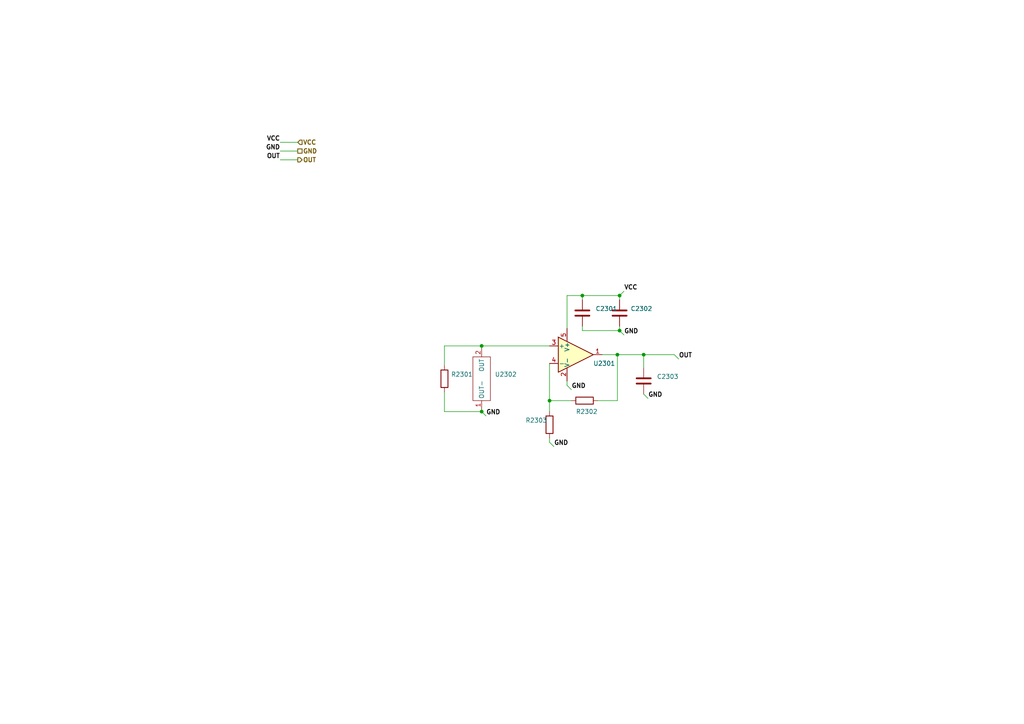
<source format=kicad_sch>
(kicad_sch (version 20211123) (generator eeschema)
  (paper "A4")
  (title_block (title "CanSat 2023") (rev "2023") (company "The Project SkyFall") (comment 1 "David Haisman"))
  (lib_symbols
    (symbol "1Knihovna:ME2-02"
      (property "Reference" "U" (at 0 7.62 0))
      (property "Value" "ME2-02" (at 0 5.08 0))
      (symbol "ME2-02_0_1"
        (rectangle (start -6.35 2.54) (end 6.35 -2.54))
      )
      (symbol "ME2-02_1_1"
        (pin passive line (at -8.89 0 0) (length 2.54) (name "OUT-") (number "1"))
        (pin output line (at 8.89 0 180) (length 2.54) (name "OUT") (number "2"))
        (pin no_connect line (at 0 -2.54 90) (length 2.54) hide (name "3") (number "3"))
      )
    )
    (symbol "Amplifier_Operational:OPA333xxDBV" (pin_names (offset 0.127))
      (property "Reference" "U" (at -1.27 6.35 0))
      (property "Value" "OPA333xxDBV" (at -1.27 3.81 0))
      (symbol "OPA333xxDBV_0_1"
        (polyline (pts (xy -5.08 5.08) (xy 5.08 0) (xy -5.08 -5.08) (xy -5.08 5.08)) (stroke (width 0.254)) (fill (type background)))
        (pin power_in line (at -2.54 -7.62 90) (length 3.81) (name "V-") (number "2"))
        (pin power_in line (at -2.54 7.62 270) (length 3.81) (name "V+") (number "5"))
      )
      (symbol "OPA333xxDBV_1_1"
        (pin output line (at 7.62 0 180) (length 2.54) (name "~") (number "1"))
        (pin input line (at -7.62 2.54 0) (length 2.54) (name "+") (number "3"))
        (pin input line (at -7.62 -2.54 0) (length 2.54) (name "-") (number "4"))
      )
    )
    (symbol "Device:C" (pin_numbers hide) (pin_names (offset 0.254))
      (property "Reference" "C" (at 0.635 2.54 0))
      (property "Value" "C" (at 0.635 -2.54 0))
      (symbol "C_0_1"
        (polyline (pts (xy -2.032 -0.762) (xy 2.032 -0.762)) (stroke (width 0.508)))
        (polyline (pts (xy -2.032 0.762) (xy 2.032 0.762)) (stroke (width 0.508)))
      )
      (symbol "C_1_1"
        (pin passive line (at 0 3.81 270) (length 2.794) (name "~") (number "1"))
        (pin passive line (at 0 -3.81 90) (length 2.794) (name "~") (number "2"))
      )
    )
    (symbol "Device:R" (pin_numbers hide) (pin_names (offset 0))
      (property "Reference" "R" (at 2.032 0 90))
      (property "Value" "R" (at 0 0 90))
      (symbol "R_0_1"
        (rectangle (start -1.016 -2.54) (end 1.016 2.54) (stroke (width 0.254)))
      )
      (symbol "R_1_1"
        (pin passive line (at 0 3.81 270) (length 1.27) (name "~") (number "1"))
        (pin passive line (at 0 -3.81 90) (length 1.27) (name "~") (number "2"))
      )
    )
  )
  (junction (at 179.705 95.885))
  (junction (at 139.7 119.38))
  (junction (at 159.385 116.205))
  (junction (at 179.705 85.725))
  (junction (at 139.7 100.33))
  (junction (at 179.07 102.87))
  (junction (at 186.69 102.87))
  (junction (at 168.91 85.725))
  (wire (pts (xy 139.7 119.38) (xy 140.97 120.65)))
  (wire (pts (xy 139.7 118.745) (xy 139.7 119.38)))
  (wire (pts (xy 164.465 85.725) (xy 168.91 85.725)))
  (wire (pts (xy 173.355 116.205) (xy 179.07 116.205)))
  (wire (pts (xy 139.7 100.33) (xy 159.385 100.33)))
  (wire (pts (xy 179.705 85.725) (xy 180.975 84.455)))
  (wire (pts (xy 128.905 106.045) (xy 128.905 100.33)))
  (wire (pts (xy 164.465 111.76) (xy 165.735 113.03)))
  (wire (pts (xy 159.385 128.27) (xy 160.655 129.54)))
  (wire (pts (xy 186.69 106.68) (xy 186.69 102.87)))
  (wire (pts (xy 168.91 94.615) (xy 168.91 95.885)))
  (wire (pts (xy 179.705 95.885) (xy 179.705 94.615)))
  (wire (pts (xy 168.91 95.885) (xy 179.705 95.885)))
  (wire (pts (xy 165.735 116.205) (xy 159.385 116.205)))
  (wire (pts (xy 186.69 102.87) (xy 195.58 102.87)))
  (wire (pts (xy 174.625 102.87) (xy 179.07 102.87)))
  (wire (pts (xy 128.905 100.33) (xy 139.7 100.33)))
  (wire (pts (xy 159.385 119.38) (xy 159.385 116.205)))
  (wire (pts (xy 128.905 113.665) (xy 128.905 119.38)))
  (wire (pts (xy 81.28 41.275) (xy 86.36 41.275)))
  (wire (pts (xy 186.69 114.3) (xy 187.96 115.57)))
  (wire (pts (xy 164.465 111.76) (xy 164.465 110.49)))
  (wire (pts (xy 81.28 43.815) (xy 86.36 43.815)))
  (wire (pts (xy 179.07 102.87) (xy 179.07 116.205)))
  (wire (pts (xy 159.385 128.27) (xy 159.385 127)))
  (wire (pts (xy 168.91 86.995) (xy 168.91 85.725)))
  (wire (pts (xy 179.07 102.87) (xy 186.69 102.87)))
  (wire (pts (xy 179.705 85.725) (xy 179.705 86.995)))
  (wire (pts (xy 159.385 105.41) (xy 159.385 116.205)))
  (wire (pts (xy 128.905 119.38) (xy 139.7 119.38)))
  (wire (pts (xy 164.465 95.25) (xy 164.465 85.725)))
  (wire (pts (xy 86.36 46.355) (xy 81.28 46.355)))
  (wire (pts (xy 179.705 95.885) (xy 180.975 97.155)))
  (wire (pts (xy 195.58 102.87) (xy 196.85 104.14)))
  (wire (pts (xy 168.91 85.725) (xy 179.705 85.725)))
  (wire (pts (xy 139.7 100.33) (xy 139.7 100.965)))
  (label "GND" (at 81.28 43.815 180) (effects (font (thickness 0.254) bold)))
  (label "GND" (at 187.96 115.57 0) (effects (font (thickness 0.254) bold)))
  (label "OUT" (at 196.85 104.14 0) (effects (font bold)))
  (label "VCC" (at 81.28 41.275 180) (effects (font (thickness 0.254) bold)))
  (label "GND" (at 165.735 113.03 0) (effects (font (thickness 0.254) bold)))
  (label "OUT" (at 81.28 46.355 180) (effects (font bold)))
  (label "GND" (at 160.655 129.54 0) (effects (font (thickness 0.254) bold)))
  (label "GND" (at 140.97 120.65 0) (effects (font (thickness 0.254) bold)))
  (label "VCC" (at 180.975 84.455 0) (effects (font (thickness 0.254) bold)))
  (label "GND" (at 180.975 97.155 0) (effects (font (thickness 0.254) bold)))
  (hierarchical_label "VCC" (shape input) (at 86.36 41.275 0) (effects (font (thickness 0.254) bold)))
  (hierarchical_label "GND" (shape passive) (at 86.36 43.815 0) (effects (font (thickness 0.254) bold)))
  (hierarchical_label "OUT" (shape output) (at 86.36 46.355 0) (effects (font bold)))
  (symbol (lib_id "Device:C") (at 168.91 90.805 0) (unit 1)
    (property "Reference" "C2301" (at 172.72 89.5349 0) (effects (justify left)))
  )
  (symbol (lib_id "Device:C") (at 186.69 110.49 0) (unit 1)
    (property "Reference" "C2303" (at 190.5 109.2199 0) (effects (justify left)))
  )
  (symbol (lib_id "1Knihovna:ME2-02") (at 139.7 109.855 90) (unit 1)
    (property "Reference" "U2302" (at 143.51 108.5849 90) (effects (justify right)))
  )
  (symbol (lib_id "Device:R") (at 159.385 123.19 180) (unit 1)
    (property "Reference" "R2303" (at 152.4 121.92 0) (effects (justify right)))
  )
  (symbol (lib_id "Device:R") (at 128.905 109.855 0) (unit 1)
    (property "Reference" "R2301" (at 130.81 108.5849 0) (effects (justify left)))
  )
  (symbol (lib_id "Device:R") (at 169.545 116.205 90) (unit 1)
    (property "Reference" "R2302" (at 170.18 119.38 90))
  )
  (symbol (lib_id "Amplifier_Operational:OPA333xxDBV") (at 167.005 102.87 0) (unit 1)
    (property "Reference" "U2301" (at 175.26 105.41 0))
    (property "Datasheet" "http://www.ti.com/lit/ds/symlink/opa333.pdf" (effects hide))
  )
  (symbol (lib_id "Device:C") (at 179.705 90.805 0) (unit 1)
    (property "Reference" "C2302" (at 182.88 89.5349 0) (effects (justify left)))
  )
)
</source>
